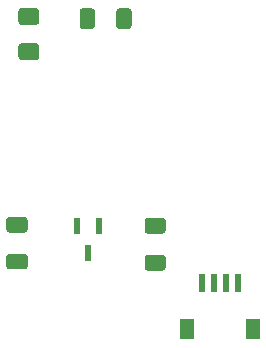
<source format=gbr>
%TF.GenerationSoftware,KiCad,Pcbnew,(5.1.8)-1*%
%TF.CreationDate,2021-02-07T19:47:34+01:00*%
%TF.ProjectId,addon_MH-Z19,6164646f-6e5f-44d4-982d-5a31392e6b69,rev?*%
%TF.SameCoordinates,Original*%
%TF.FileFunction,Paste,Top*%
%TF.FilePolarity,Positive*%
%FSLAX46Y46*%
G04 Gerber Fmt 4.6, Leading zero omitted, Abs format (unit mm)*
G04 Created by KiCad (PCBNEW (5.1.8)-1) date 2021-02-07 19:47:34*
%MOMM*%
%LPD*%
G01*
G04 APERTURE LIST*
%ADD10R,0.600000X1.380000*%
%ADD11R,1.200000X1.800000*%
%ADD12R,0.600000X1.550000*%
G04 APERTURE END LIST*
%TO.C,C1*%
G36*
G01*
X77750003Y-72625000D02*
X76449997Y-72625000D01*
G75*
G02*
X76200000Y-72375003I0J249997D01*
G01*
X76200000Y-71549997D01*
G75*
G02*
X76449997Y-71300000I249997J0D01*
G01*
X77750003Y-71300000D01*
G75*
G02*
X78000000Y-71549997I0J-249997D01*
G01*
X78000000Y-72375003D01*
G75*
G02*
X77750003Y-72625000I-249997J0D01*
G01*
G37*
G36*
G01*
X77750003Y-69500000D02*
X76449997Y-69500000D01*
G75*
G02*
X76200000Y-69250003I0J249997D01*
G01*
X76200000Y-68424997D01*
G75*
G02*
X76449997Y-68175000I249997J0D01*
G01*
X77750003Y-68175000D01*
G75*
G02*
X78000000Y-68424997I0J-249997D01*
G01*
X78000000Y-69250003D01*
G75*
G02*
X77750003Y-69500000I-249997J0D01*
G01*
G37*
%TD*%
%TO.C,C2*%
G36*
G01*
X64749997Y-71200000D02*
X66050003Y-71200000D01*
G75*
G02*
X66300000Y-71449997I0J-249997D01*
G01*
X66300000Y-72275003D01*
G75*
G02*
X66050003Y-72525000I-249997J0D01*
G01*
X64749997Y-72525000D01*
G75*
G02*
X64500000Y-72275003I0J249997D01*
G01*
X64500000Y-71449997D01*
G75*
G02*
X64749997Y-71200000I249997J0D01*
G01*
G37*
G36*
G01*
X64749997Y-68075000D02*
X66050003Y-68075000D01*
G75*
G02*
X66300000Y-68324997I0J-249997D01*
G01*
X66300000Y-69150003D01*
G75*
G02*
X66050003Y-69400000I-249997J0D01*
G01*
X64749997Y-69400000D01*
G75*
G02*
X64500000Y-69150003I0J249997D01*
G01*
X64500000Y-68324997D01*
G75*
G02*
X64749997Y-68075000I249997J0D01*
G01*
G37*
%TD*%
%TO.C,D1*%
G36*
G01*
X67025000Y-54800000D02*
X65775000Y-54800000D01*
G75*
G02*
X65525000Y-54550000I0J250000D01*
G01*
X65525000Y-53625000D01*
G75*
G02*
X65775000Y-53375000I250000J0D01*
G01*
X67025000Y-53375000D01*
G75*
G02*
X67275000Y-53625000I0J-250000D01*
G01*
X67275000Y-54550000D01*
G75*
G02*
X67025000Y-54800000I-250000J0D01*
G01*
G37*
G36*
G01*
X67025000Y-51825000D02*
X65775000Y-51825000D01*
G75*
G02*
X65525000Y-51575000I0J250000D01*
G01*
X65525000Y-50650000D01*
G75*
G02*
X65775000Y-50400000I250000J0D01*
G01*
X67025000Y-50400000D01*
G75*
G02*
X67275000Y-50650000I0J-250000D01*
G01*
X67275000Y-51575000D01*
G75*
G02*
X67025000Y-51825000I-250000J0D01*
G01*
G37*
%TD*%
%TO.C,R1*%
G36*
G01*
X75100000Y-50674999D02*
X75100000Y-51925001D01*
G75*
G02*
X74850001Y-52175000I-249999J0D01*
G01*
X74049999Y-52175000D01*
G75*
G02*
X73800000Y-51925001I0J249999D01*
G01*
X73800000Y-50674999D01*
G75*
G02*
X74049999Y-50425000I249999J0D01*
G01*
X74850001Y-50425000D01*
G75*
G02*
X75100000Y-50674999I0J-249999D01*
G01*
G37*
G36*
G01*
X72000000Y-50674999D02*
X72000000Y-51925001D01*
G75*
G02*
X71750001Y-52175000I-249999J0D01*
G01*
X70949999Y-52175000D01*
G75*
G02*
X70700000Y-51925001I0J249999D01*
G01*
X70700000Y-50674999D01*
G75*
G02*
X70949999Y-50425000I249999J0D01*
G01*
X71750001Y-50425000D01*
G75*
G02*
X72000000Y-50674999I0J-249999D01*
G01*
G37*
%TD*%
D10*
%TO.C,U2*%
X72350000Y-68835000D03*
X70450000Y-68835000D03*
X71400000Y-71165000D03*
%TD*%
D11*
%TO.C,J5*%
X85400000Y-77575000D03*
X79800000Y-77575000D03*
D12*
X81100000Y-73700000D03*
X82100000Y-73700000D03*
X83100000Y-73700000D03*
X84100000Y-73700000D03*
%TD*%
M02*

</source>
